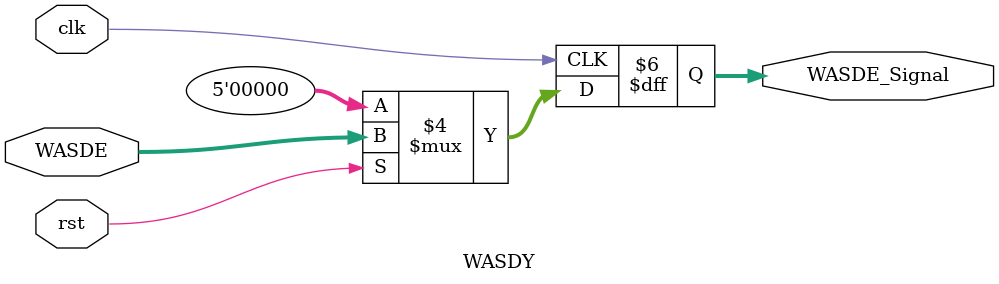
<source format=v>
`timescale 1ns / 1ps


module WASDY(
    input [4:0] WASDE, //我们的5个按键，负责调整顺序
    input clk,
    input rst,
    output reg [4:0] WASDE_Signal //按键的映射
    );
    
    always @(posedge clk)
    begin
        if(!rst)
            WASDE_Signal <= 0;
        else
            WASDE_Signal <= WASDE;    //读取按键输入

    end
         
    
endmodule

</source>
